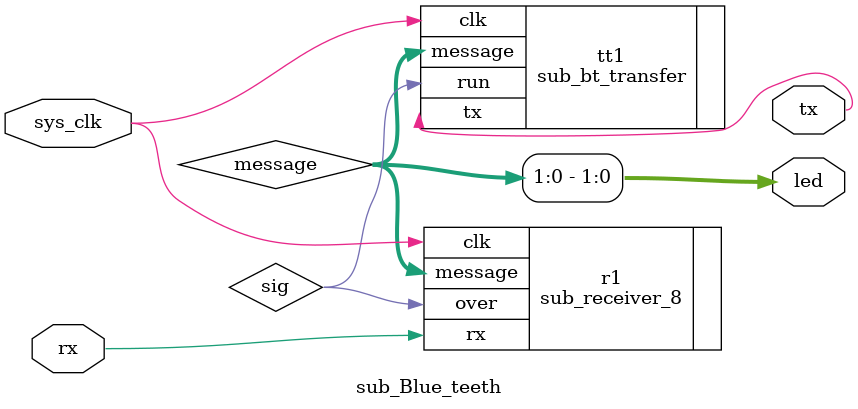
<source format=v>
`timescale 1ns / 1ps

module sub_Blue_teeth(
    input sys_clk,
    input rx,
    output tx,
    output wire[1:0]led
);                                                                              //sys_clkÎªÏµÍ³°åÔØÊ±ÖÓ£¨100MHz£©£¬rx¶ÔÓ¦À¶ÑÀÄ£¿éµÄtx£¬tx¶ÔÓ¦À¶ÑÀÄ£¿éµÄrx£»ledÊÇÎÒÉèÖÃÀ´ÅÐ¶Ï¶ÁÈëÊý¾Ý´íÃ»´íµÄ
    wire[31:0]message;                                                           //messageÎª¶ÁÈëµÄÊý¾Ý
    wire sig;                                                                   //sigÊÇ¶ÁÈëµÄÍê³ÉÐÅºÅ£¬ÏÂ½µÑØ±íÊ¾¶ÁÈëÍê³É£¬Í¬Ê±×÷ÎªÊä³öµÄ¿ªÊ¼ÐÅºÅ
   
    sub_receiver_8 r1(
    .clk(sys_clk),
    .rx(rx),
    .message(message),
    .over(sig));        //¶ÁÈë
     sub_bt_transfer tt1(.clk(sys_clk),
     .tx(tx),
     .message(message),
     .run(sig));         //Êä³ö

   
    assign led[0]=message[0];                                                   //ÕâÁ½¸ö¿´Êý¾Ý×îºóÁ½Î»´æµÄ¶Ô²»¶ÔµÄ
    assign led[1]=message[1];
endmodule
</source>
